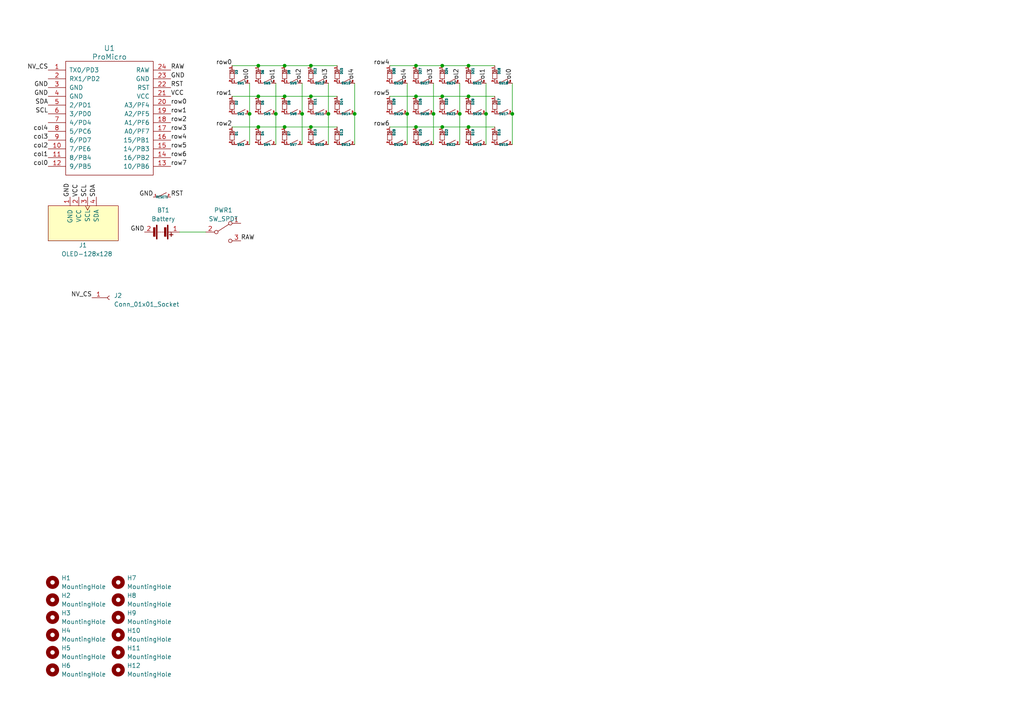
<source format=kicad_sch>
(kicad_sch (version 20230121) (generator eeschema)
  (paper "A4")
  (lib_symbols
    (symbol "Connector:Conn_01x01_Socket" (pin_names (offset 1.016) hide)
      (property "Reference" "J" (at 0 2.54 0))
      (property "Value" "Conn_01x01_Socket" (at 0 -2.54 0))
      (symbol "Conn_01x01_Socket_1_1"
        (polyline (pts (xy -1.27 0) (xy -0.508 0)) (stroke (width 0.1524)))
        (arc (start 0 0.508) (mid -0.5058 0) (end 0 -0.508) (stroke (width 0.1524)))
        (pin passive line (at -5.08 0 0) (length 3.81) (name "Pin_1") (number "1"))
      )
    )
    (symbol "Device:Battery" (pin_names (offset 0) hide)
      (property "Reference" "BT" (at 2.54 2.54 0))
      (property "Value" "Battery" (at 2.54 0 0))
      (symbol "Battery_0_1"
        (rectangle (start -2.032 -1.397) (end 2.032 -1.651) (fill (type outline)))
        (rectangle (start -2.032 1.778) (end 2.032 1.524) (fill (type outline)))
        (rectangle (start -1.3208 -1.9812) (end 1.27 -2.4892) (fill (type outline)))
        (rectangle (start -1.3208 1.1938) (end 1.27 0.6858) (fill (type outline)))
        (polyline (pts (xy 0 -1.524) (xy 0 -1.27)))
        (polyline (pts (xy 0 -1.016) (xy 0 -0.762)))
        (polyline (pts (xy 0 -0.508) (xy 0 -0.254)))
        (polyline (pts (xy 0 0) (xy 0 0.254)))
        (polyline (pts (xy 0 0.508) (xy 0 0.762)))
        (polyline (pts (xy 0 1.778) (xy 0 2.54)))
        (polyline (pts (xy 0.254 2.667) (xy 1.27 2.667)) (stroke (width 0.254)))
        (polyline (pts (xy 0.762 3.175) (xy 0.762 2.159)) (stroke (width 0.254)))
      )
      (symbol "Battery_1_1"
        (pin passive line (at 0 5.08 270) (length 2.54) (name "+") (number "1"))
        (pin passive line (at 0 -5.08 90) (length 2.54) (name "-") (number "2"))
      )
    )
    (symbol "Mechanical:MountingHole" (pin_names (offset 1.016))
      (property "Reference" "H" (at 0 5.08 0))
      (property "Value" "MountingHole" (at 0 3.175 0))
      (symbol "MountingHole_0_1"
        (circle (center 0 0) (radius 1.27) (stroke (width 1.27)))
      )
    )
    (symbol "Switch:SW_SPDT" (pin_names (offset 0) hide)
      (property "Reference" "SW" (at 0 4.318 0))
      (property "Value" "SW_SPDT" (at 0 -5.08 0))
      (symbol "SW_SPDT_0_0"
        (circle (center -2.032 0) (radius 0.508))
        (circle (center 2.032 -2.54) (radius 0.508))
      )
      (symbol "SW_SPDT_0_1"
        (polyline (pts (xy -1.524 0.254) (xy 1.651 2.286)))
        (circle (center 2.032 2.54) (radius 0.508))
      )
      (symbol "SW_SPDT_1_1"
        (pin passive line (at 5.08 2.54 180) (length 2.54) (name "A") (number "1"))
        (pin passive line (at -5.08 0 0) (length 2.54) (name "B") (number "2"))
        (pin passive line (at 5.08 -2.54 180) (length 2.54) (name "C") (number "3"))
      )
    )
    (symbol "display:OLED-128x64" (pin_names (offset 1.016))
      (property "Reference" "J" (at 0 -11.43 0))
      (property "Value" "OLED-128x64" (at 0 -7.62 0))
      (symbol "OLED-128x64_0_1"
        (rectangle (start 10.16 -10.16) (end -10.16 0) (fill (type background)))
      )
      (symbol "OLED-128x64_1_1"
        (pin power_in line (at -3.81 2.54 270) (length 2.54) (name "GND") (number "1"))
        (pin power_in line (at -1.27 2.54 270) (length 2.54) (name "VCC") (number "2"))
        (pin input clock (at 1.27 2.54 270) (length 2.54) (name "SCL") (number "3"))
        (pin bidirectional line (at 3.81 2.54 270) (length 2.54) (name "SDA") (number "4"))
      )
    )
    (symbol "hazel:D"
      (property "Reference" "D4" (at -1.27 0 0))
      (symbol "D_0_1"
        (rectangle (start -1.27 0.635) (end 1.27 -0.635))
        (polyline (pts (xy 0.96 0.64) (xy 0.96 -0.63)))
        (polyline (pts (xy 0.32 0.64) (xy 0.32 -0.63) (xy 0.955 0.005) (xy 0.32 0.64) (xy 0.32 0.64)))
      )
      (symbol "D_1_1"
        (pin input line (at 2.54 0 180) (length 1.27) (name "") (number "1"))
        (pin output line (at -2.54 0 0) (length 1.27) (name "") (number "2"))
      )
    )
    (symbol "hazel:SW"
      (property "Reference" "SW" (at 0 -1.27 0))
      (property "Value" "SW" (at 0 2.54 0))
      (symbol "SW_0_1"
        (polyline (pts (xy -1.27 0) (xy 1.27 1.27)))
      )
      (symbol "SW_1_1"
        (pin bidirectional line (at -2.54 0 0) (length 1.27) (name "") (number "1"))
        (pin bidirectional line (at 2.54 0 180) (length 1.27) (name "") (number "2"))
      )
    )
    (symbol "keebio:ProMicro" (pin_names (offset 1.016))
      (property "Reference" "U" (at 0 0 0))
      (property "Value" "ProMicro" (at 0 -19.05 0))
      (symbol "ProMicro_0_1"
        (rectangle (start -12.7 -16.51) (end 12.7 16.51))
      )
      (symbol "ProMicro_1_1"
        (pin input line (at -17.78 13.97 0) (length 5.08) (name "TX0/PD3") (number "1"))
        (pin input line (at -17.78 -8.89 0) (length 5.08) (name "7/PE6") (number "10"))
        (pin input line (at -17.78 -11.43 0) (length 5.08) (name "8/PB4") (number "11"))
        (pin input line (at -17.78 -13.97 0) (length 5.08) (name "9/PB5") (number "12"))
        (pin input line (at 17.78 -13.97 180) (length 5.08) (name "10/PB6") (number "13"))
        (pin input line (at 17.78 -11.43 180) (length 5.08) (name "16/PB2") (number "14"))
        (pin input line (at 17.78 -8.89 180) (length 5.08) (name "14/PB3") (number "15"))
        (pin input line (at 17.78 -6.35 180) (length 5.08) (name "15/PB1") (number "16"))
        (pin input line (at 17.78 -3.81 180) (length 5.08) (name "A0/PF7") (number "17"))
        (pin input line (at 17.78 -1.27 180) (length 5.08) (name "A1/PF6") (number "18"))
        (pin input line (at 17.78 1.27 180) (length 5.08) (name "A2/PF5") (number "19"))
        (pin input line (at -17.78 11.43 0) (length 5.08) (name "RX1/PD2") (number "2"))
        (pin input line (at 17.78 3.81 180) (length 5.08) (name "A3/PF4") (number "20"))
        (pin input line (at 17.78 6.35 180) (length 5.08) (name "VCC") (number "21"))
        (pin input line (at 17.78 8.89 180) (length 5.08) (name "RST") (number "22"))
        (pin input line (at 17.78 11.43 180) (length 5.08) (name "GND") (number "23"))
        (pin input line (at 17.78 13.97 180) (length 5.08) (name "RAW") (number "24"))
        (pin input line (at -17.78 8.89 0) (length 5.08) (name "GND") (number "3"))
        (pin input line (at -17.78 6.35 0) (length 5.08) (name "GND") (number "4"))
        (pin input line (at -17.78 3.81 0) (length 5.08) (name "2/PD1") (number "5"))
        (pin input line (at -17.78 1.27 0) (length 5.08) (name "3/PD0") (number "6"))
        (pin input line (at -17.78 -1.27 0) (length 5.08) (name "4/PD4") (number "7"))
        (pin input line (at -17.78 -3.81 0) (length 5.08) (name "5/PC6") (number "8"))
        (pin input line (at -17.78 -6.35 0) (length 5.08) (name "6/PD7") (number "9"))
      )
    )
  )
  (junction (at 140.97 33.02))
  (junction (at 133.35 33.02))
  (junction (at 74.93 36.83))
  (junction (at 90.17 19.05))
  (junction (at 135.89 19.05))
  (junction (at 120.65 36.83))
  (junction (at 135.89 36.83))
  (junction (at 128.27 27.94))
  (junction (at 135.89 27.94))
  (junction (at 95.25 33.02))
  (junction (at 74.93 27.94))
  (junction (at 90.17 36.83))
  (junction (at 120.65 19.05))
  (junction (at 102.87 33.02))
  (junction (at 87.63 33.02))
  (junction (at 148.59 33.02))
  (junction (at 120.65 27.94))
  (junction (at 128.27 36.83))
  (junction (at 118.11 33.02))
  (junction (at 82.55 27.94))
  (junction (at 72.39 33.02))
  (junction (at 74.93 19.05))
  (junction (at 80.01 33.02))
  (junction (at 82.55 19.05))
  (junction (at 125.73 33.02))
  (junction (at 90.17 27.94))
  (junction (at 82.55 36.83))
  (junction (at 128.27 19.05))
  (wire (pts (xy 74.93 27.94) (xy 82.55 27.94)))
  (wire (pts (xy 135.89 36.83) (xy 143.51 36.83)))
  (wire (pts (xy 95.25 24.13) (xy 95.25 33.02)))
  (wire (pts (xy 74.93 19.05) (xy 82.55 19.05)))
  (wire (pts (xy 118.11 33.02) (xy 118.11 41.91)))
  (wire (pts (xy 67.31 27.94) (xy 74.93 27.94)))
  (wire (pts (xy 82.55 27.94) (xy 90.17 27.94)))
  (wire (pts (xy 80.01 24.13) (xy 80.01 33.02)))
  (wire (pts (xy 125.73 24.13) (xy 125.73 33.02)))
  (wire (pts (xy 113.03 27.94) (xy 120.65 27.94)))
  (wire (pts (xy 128.27 19.05) (xy 135.89 19.05)))
  (wire (pts (xy 80.01 33.02) (xy 80.01 41.91)))
  (wire (pts (xy 90.17 27.94) (xy 97.79 27.94)))
  (wire (pts (xy 148.59 24.13) (xy 148.59 33.02)))
  (wire (pts (xy 120.65 27.94) (xy 128.27 27.94)))
  (wire (pts (xy 120.65 36.83) (xy 128.27 36.83)))
  (wire (pts (xy 102.87 24.13) (xy 102.87 33.02)))
  (wire (pts (xy 140.97 33.02) (xy 140.97 41.91)))
  (wire (pts (xy 148.59 33.02) (xy 148.59 41.91)))
  (wire (pts (xy 135.89 19.05) (xy 143.51 19.05)))
  (wire (pts (xy 125.73 33.02) (xy 125.73 41.91)))
  (wire (pts (xy 102.87 33.02) (xy 102.87 41.91)))
  (wire (pts (xy 90.17 19.05) (xy 97.79 19.05)))
  (wire (pts (xy 128.27 36.83) (xy 135.89 36.83)))
  (wire (pts (xy 128.27 27.94) (xy 135.89 27.94)))
  (wire (pts (xy 118.11 24.13) (xy 118.11 33.02)))
  (wire (pts (xy 95.25 33.02) (xy 95.25 41.91)))
  (wire (pts (xy 52.07 67.31) (xy 59.69 67.31)))
  (wire (pts (xy 82.55 19.05) (xy 90.17 19.05)))
  (wire (pts (xy 87.63 24.13) (xy 87.63 33.02)))
  (wire (pts (xy 133.35 24.13) (xy 133.35 33.02)))
  (wire (pts (xy 113.03 19.05) (xy 120.65 19.05)))
  (wire (pts (xy 67.31 19.05) (xy 74.93 19.05)))
  (wire (pts (xy 133.35 33.02) (xy 133.35 41.91)))
  (wire (pts (xy 72.39 33.02) (xy 72.39 41.91)))
  (wire (pts (xy 67.31 36.83) (xy 74.93 36.83)))
  (wire (pts (xy 87.63 33.02) (xy 87.63 41.91)))
  (wire (pts (xy 72.39 24.13) (xy 72.39 33.02)))
  (wire (pts (xy 82.55 36.83) (xy 90.17 36.83)))
  (wire (pts (xy 90.17 36.83) (xy 97.79 36.83)))
  (wire (pts (xy 140.97 24.13) (xy 140.97 33.02)))
  (wire (pts (xy 135.89 27.94) (xy 143.51 27.94)))
  (wire (pts (xy 120.65 19.05) (xy 128.27 19.05)))
  (wire (pts (xy 113.03 36.83) (xy 120.65 36.83)))
  (wire (pts (xy 74.93 36.83) (xy 82.55 36.83)))
  (label "VCC" (at 22.86 57.15 90))
  (label "GND" (at 41.91 67.31 180))
  (label "row6" (at 113.03 36.83 180))
  (label "GND" (at 20.32 57.15 90))
  (label "RAW" (at 49.53 20.32 0))
  (label "row0" (at 67.31 19.05 180))
  (label "row5" (at 113.03 27.94 180))
  (label "col2" (at 87.63 24.13 90))
  (label "RST" (at 49.53 25.4 0))
  (label "NV_CS" (at 13.97 20.32 180))
  (label "GND" (at 13.97 25.4 180))
  (label "row4" (at 49.53 40.64 0))
  (label "row2" (at 49.53 35.56 0))
  (label "col1" (at 80.01 24.13 90))
  (label "row2" (at 67.31 36.83 180))
  (label "RST" (at 49.53 57.15 0))
  (label "row0" (at 49.53 30.48 0))
  (label "col1" (at 13.97 45.72 180))
  (label "SDA" (at 13.97 30.48 180))
  (label "VCC" (at 49.53 27.94 0))
  (label "col2" (at 13.97 43.18 180))
  (label "row4" (at 113.03 19.05 180))
  (label "col3" (at 95.25 24.13 90))
  (label "col4" (at 13.97 38.1 180))
  (label "row6" (at 49.53 45.72 0))
  (label "GND" (at 13.97 27.94 180))
  (label "GND" (at 44.45 57.15 180))
  (label "col4" (at 118.11 24.13 90))
  (label "NV_CS" (at 26.67 86.36 180))
  (label "row5" (at 49.53 43.18 0))
  (label "col0" (at 13.97 48.26 180))
  (label "row3" (at 49.53 38.1 0))
  (label "row1" (at 67.31 27.94 180))
  (label "col2" (at 133.35 24.13 90))
  (label "SDA" (at 27.94 57.15 90))
  (label "row7" (at 49.53 48.26 0))
  (label "col4" (at 102.87 24.13 90))
  (label "row1" (at 49.53 33.02 0))
  (label "col3" (at 125.73 24.13 90))
  (label "col1" (at 140.97 24.13 90))
  (label "col0" (at 72.39 24.13 90))
  (label "RAW" (at 69.85 69.85 0))
  (label "col0" (at 148.59 24.13 90))
  (label "SCL" (at 25.4 57.15 90))
  (label "col3" (at 13.97 40.64 180))
  (label "SCL" (at 13.97 33.02 180))
  (label "GND" (at 49.53 22.86 0))
  (symbol (lib_id "hazel:D") (at 97.79 39.37 90) (unit 1)
    (property "Reference" "D13" (at 99.06 39.37 0) (effects (font (size 0.64 0.64)) (justify left)))
    (property "Value" "D" (effects hide))
    (property "Footprint" "Diode_SMD:D_SOD-123" (effects hide))
  )
  (symbol (lib_id "hazel:SW") (at 85.09 41.91 0) (unit 1)
    (property "Reference" "SW7" (at 85.09 41.91 0) (effects (font (size 0.64 0.64))))
    (property "Value" "SW" (effects hide))
    (property "Footprint" "Kailh_Choc:KailhChoc-1U" (effects hide))
  )
  (symbol (lib_id "hazel:D") (at 82.55 21.59 90) (unit 1)
    (property "Reference" "D9" (at 83.82 21.59 0) (effects (font (size 0.64 0.64)) (justify left)))
    (property "Value" "D" (effects hide))
    (property "Footprint" "Diode_SMD:D_SOD-123" (effects hide))
  )
  (symbol (lib_id "keebio:ProMicro") (at 31.75 34.29 0) (unit 1)
    (property "Reference" "U1" (at 31.75 13.97 0) (effects (font (size 1.524 1.524))))
    (property "Value" "ProMicro" (at 31.75 16.51 0) (effects (font (size 1.524 1.524))))
    (property "Footprint" "Keebio-Parts:ArduinoProMicro" (effects hide))
  )
  (symbol (lib_id "hazel:SW") (at 92.71 33.02 0) (unit 1)
    (property "Reference" "SW11" (at 92.71 33.02 0) (effects (font (size 0.64 0.64))))
    (property "Value" "SW" (effects hide))
    (property "Footprint" "Kailh_Choc:KailhChoc-1U" (effects hide))
  )
  (symbol (lib_id "hazel:SW") (at 123.19 33.02 0) (unit 1)
    (property "Reference" "SW26" (at 123.19 33.02 0) (effects (font (size 0.64 0.64))))
    (property "Value" "SW" (effects hide))
    (property "Footprint" "Kailh_Choc:KailhChoc-1U" (effects hide))
  )
  (symbol (lib_id "hazel:SW") (at 77.47 33.02 0) (unit 1)
    (property "Reference" "SW5" (at 77.47 33.02 0) (effects (font (size 0.64 0.64))))
    (property "Value" "SW" (effects hide))
    (property "Footprint" "Kailh_Choc:KailhChoc-1U" (effects hide))
  )
  (symbol (lib_id "Mechanical:MountingHole") (at 15.24 179.07 0) (unit 1)
    (property "Reference" "H3" (at 17.78 177.7999 0) (effects (justify left)))
    (property "Value" "MountingHole" (at 17.78 180.3399 0) (effects (justify left)))
    (property "Footprint" "MountingHole:MountingHole_3.2mm_M3_Pad_Via" (effects hide))
  )
  (symbol (lib_id "Mechanical:MountingHole") (at 34.29 184.15 0) (unit 1)
    (property "Reference" "H10" (at 36.83 182.8799 0) (effects (justify left)))
    (property "Value" "MountingHole" (at 36.83 185.4199 0) (effects (justify left)))
    (property "Footprint" "MountingHole:MountingHole_3.2mm_M3_Pad_Via" (effects hide))
  )
  (symbol (lib_id "hazel:SW") (at 69.85 41.91 0) (unit 1)
    (property "Reference" "SW3" (at 69.85 41.91 0) (effects (font (size 0.64 0.64))))
    (property "Value" "SW" (effects hide))
    (property "Footprint" "Kailh_Choc:KailhChoc-1U" (effects hide))
  )
  (symbol (lib_id "hazel:SW") (at 138.43 24.13 0) (unit 1)
    (property "Reference" "SW21" (at 138.43 24.13 0) (effects (font (size 0.64 0.64))))
    (property "Value" "SW" (effects hide))
    (property "Footprint" "Kailh_Choc:KailhChoc-1U" (effects hide))
  )
  (symbol (lib_id "hazel:D") (at 74.93 39.37 90) (unit 1)
    (property "Reference" "D4" (at 76.2 39.37 0) (effects (font (size 0.64 0.64)) (justify left)))
    (property "Value" "D" (effects hide))
    (property "Footprint" "Diode_SMD:D_SOD-123" (effects hide))
  )
  (symbol (lib_id "Device:Battery") (at 46.99 67.31 270) (unit 1)
    (property "Reference" "BT1" (at 47.371 60.96 90))
    (property "Value" "Battery" (at 47.371 63.5 90))
    (property "Footprint" "0-jasonhazel-footprints:3JST_BAT" (effects hide))
  )
  (symbol (lib_id "Mechanical:MountingHole") (at 34.29 194.31 0) (unit 1)
    (property "Reference" "H12" (at 36.83 193.0399 0) (effects (justify left)))
    (property "Value" "MountingHole" (at 36.83 195.5799 0) (effects (justify left)))
    (property "Footprint" "MountingHole:MountingHole_3.2mm_M3_Pad_Via" (effects hide))
  )
  (symbol (lib_id "Connector:Conn_01x01_Socket") (at 31.75 86.36 0) (unit 1)
    (property "Reference" "J2" (at 33.02 85.725 0) (effects (justify left)))
    (property "Value" "Conn_01x01_Socket" (at 33.02 88.265 0) (effects (justify left)))
    (property "Footprint" "0-jasonhazel-footprints:CS_PIN" (effects hide))
  )
  (symbol (lib_id "Mechanical:MountingHole") (at 34.29 168.91 0) (unit 1)
    (property "Reference" "H7" (at 36.83 167.6399 0) (effects (justify left)))
    (property "Value" "MountingHole" (at 36.83 170.1799 0) (effects (justify left)))
    (property "Footprint" "MountingHole:MountingHole_3.2mm_M3_Pad_Via" (effects hide))
  )
  (symbol (lib_id "hazel:D") (at 97.79 21.59 90) (unit 1)
    (property "Reference" "D15" (at 99.06 21.59 0) (effects (font (size 0.64 0.64)) (justify left)))
    (property "Value" "D" (effects hide))
    (property "Footprint" "Diode_SMD:D_SOD-123" (effects hide))
  )
  (symbol (lib_id "hazel:SW") (at 130.81 33.02 0) (unit 1)
    (property "Reference" "SW23" (at 130.81 33.02 0) (effects (font (size 0.64 0.64))))
    (property "Value" "SW" (effects hide))
    (property "Footprint" "Kailh_Choc:KailhChoc-1U" (effects hide))
  )
  (symbol (lib_id "hazel:SW") (at 92.71 24.13 0) (unit 1)
    (property "Reference" "SW12" (at 92.71 24.13 0) (effects (font (size 0.64 0.64))))
    (property "Value" "SW" (effects hide))
    (property "Footprint" "Kailh_Choc:KailhChoc-1U" (effects hide))
  )
  (symbol (lib_id "Mechanical:MountingHole") (at 15.24 194.31 0) (unit 1)
    (property "Reference" "H6" (at 17.78 193.0399 0) (effects (justify left)))
    (property "Value" "MountingHole" (at 17.78 195.5799 0) (effects (justify left)))
    (property "Footprint" "MountingHole:MountingHole_3.2mm_M3_Pad_Via" (effects hide))
  )
  (symbol (lib_id "hazel:D") (at 128.27 39.37 90) (unit 1)
    (property "Reference" "D22" (at 129.54 39.37 0) (effects (font (size 0.64 0.64)) (justify left)))
    (property "Value" "D" (effects hide))
    (property "Footprint" "Diode_SMD:D_SOD-123" (effects hide))
  )
  (symbol (lib_id "display:OLED-128x64") (at 24.13 59.69 0) (unit 1)
    (property "Reference" "J1" (at 22.86 71.12 0) (effects (justify left)))
    (property "Value" "OLED-128x128" (at 17.78 73.66 0) (effects (justify left)))
    (property "Footprint" "0-jasonhazel-footprints:OLED-128x64" (effects hide))
  )
  (symbol (lib_id "hazel:D") (at 128.27 30.48 90) (unit 1)
    (property "Reference" "D23" (at 129.54 30.48 0) (effects (font (size 0.64 0.64)) (justify left)))
    (property "Value" "D" (effects hide))
    (property "Footprint" "Diode_SMD:D_SOD-123" (effects hide))
  )
  (symbol (lib_id "hazel:SW") (at 123.19 41.91 0) (unit 1)
    (property "Reference" "SW25" (at 123.19 41.91 0) (effects (font (size 0.64 0.64))))
    (property "Value" "SW" (effects hide))
    (property "Footprint" "Kailh_Choc:KailhChoc-1U" (effects hide))
  )
  (symbol (lib_id "hazel:SW") (at 77.47 41.91 0) (unit 1)
    (property "Reference" "SW4" (at 77.47 41.91 0) (effects (font (size 0.64 0.64))))
    (property "Value" "SW" (effects hide))
    (property "Footprint" "Kailh_Choc:KailhChoc-1U" (effects hide))
  )
  (symbol (lib_id "hazel:D") (at 82.55 30.48 90) (unit 1)
    (property "Reference" "D8" (at 83.82 30.48 0) (effects (font (size 0.64 0.64)) (justify left)))
    (property "Value" "D" (effects hide))
    (property "Footprint" "Diode_SMD:D_SOD-123" (effects hide))
  )
  (symbol (lib_id "Mechanical:MountingHole") (at 15.24 168.91 0) (unit 1)
    (property "Reference" "H1" (at 17.78 167.6399 0) (effects (justify left)))
    (property "Value" "MountingHole" (at 17.78 170.1799 0) (effects (justify left)))
    (property "Footprint" "MountingHole:MountingHole_3.2mm_M3_Pad_Via" (effects hide))
  )
  (symbol (lib_id "hazel:SW") (at 138.43 41.91 0) (unit 1)
    (property "Reference" "SW19" (at 138.43 41.91 0) (effects (font (size 0.64 0.64))))
    (property "Value" "SW" (effects hide))
    (property "Footprint" "Kailh_Choc:KailhChoc-1U" (effects hide))
  )
  (symbol (lib_id "hazel:D") (at 120.65 21.59 90) (unit 1)
    (property "Reference" "D27" (at 121.92 21.59 0) (effects (font (size 0.64 0.64)) (justify left)))
    (property "Value" "D" (effects hide))
    (property "Footprint" "Diode_SMD:D_SOD-123" (effects hide))
  )
  (symbol (lib_id "hazel:SW") (at 123.19 24.13 0) (unit 1)
    (property "Reference" "SW27" (at 123.19 24.13 0) (effects (font (size 0.64 0.64))))
    (property "Value" "SW" (effects hide))
    (property "Footprint" "Kailh_Choc:KailhChoc-1U" (effects hide))
  )
  (symbol (lib_id "Mechanical:MountingHole") (at 15.24 173.99 0) (unit 1)
    (property "Reference" "H2" (at 17.78 172.7199 0) (effects (justify left)))
    (property "Value" "MountingHole" (at 17.78 175.2599 0) (effects (justify left)))
    (property "Footprint" "MountingHole:MountingHole_3.2mm_M3_Pad_Via" (effects hide))
  )
  (symbol (lib_id "hazel:D") (at 97.79 30.48 90) (unit 1)
    (property "Reference" "D14" (at 99.06 30.48 0) (effects (font (size 0.64 0.64)) (justify left)))
    (property "Value" "D" (effects hide))
    (property "Footprint" "Diode_SMD:D_SOD-123" (effects hide))
  )
  (symbol (lib_id "hazel:SW") (at 130.81 41.91 0) (unit 1)
    (property "Reference" "SW22" (at 130.81 41.91 0) (effects (font (size 0.64 0.64))))
    (property "Value" "SW" (effects hide))
    (property "Footprint" "Kailh_Choc:KailhChoc-1U" (effects hide))
  )
  (symbol (lib_id "hazel:D") (at 74.93 30.48 90) (unit 1)
    (property "Reference" "D5" (at 76.2 30.48 0) (effects (font (size 0.64 0.64)) (justify left)))
    (property "Value" "D" (effects hide))
    (property "Footprint" "Diode_SMD:D_SOD-123" (effects hide))
  )
  (symbol (lib_id "hazel:SW") (at 85.09 33.02 0) (unit 1)
    (property "Reference" "SW8" (at 85.09 33.02 0) (effects (font (size 0.64 0.64))))
    (property "Value" "SW" (effects hide))
    (property "Footprint" "Kailh_Choc:KailhChoc-1U" (effects hide))
  )
  (symbol (lib_id "hazel:SW") (at 115.57 24.13 0) (unit 1)
    (property "Reference" "SW30" (at 115.57 24.13 0) (effects (font (size 0.64 0.64))))
    (property "Value" "SW" (effects hide))
    (property "Footprint" "Kailh_Choc:KailhChoc-1U" (effects hide))
  )
  (symbol (lib_id "Mechanical:MountingHole") (at 34.29 173.99 0) (unit 1)
    (property "Reference" "H8" (at 36.83 172.7199 0) (effects (justify left)))
    (property "Value" "MountingHole" (at 36.83 175.2599 0) (effects (justify left)))
    (property "Footprint" "MountingHole:MountingHole_3.2mm_M3_Pad_Via" (effects hide))
  )
  (symbol (lib_id "hazel:SW") (at 146.05 41.91 0) (unit 1)
    (property "Reference" "SW16" (at 146.05 41.91 0) (effects (font (size 0.64 0.64))))
    (property "Value" "SW" (effects hide))
    (property "Footprint" "Kailh_Choc:KailhChoc-1U" (effects hide))
  )
  (symbol (lib_id "hazel:SW") (at 146.05 24.13 0) (unit 1)
    (property "Reference" "SW18" (at 146.05 24.13 0) (effects (font (size 0.64 0.64))))
    (property "Value" "SW" (effects hide))
    (property "Footprint" "Kailh_Choc:KailhChoc-1U" (effects hide))
  )
  (symbol (lib_id "hazel:SW") (at 100.33 24.13 0) (unit 1)
    (property "Reference" "SW15" (at 100.33 24.13 0) (effects (font (size 0.64 0.64))))
    (property "Value" "SW" (effects hide))
    (property "Footprint" "Kailh_Choc:KailhChoc-1U" (effects hide))
  )
  (symbol (lib_id "hazel:D") (at 82.55 39.37 90) (unit 1)
    (property "Reference" "D7" (at 83.82 39.37 0) (effects (font (size 0.64 0.64)) (justify left)))
    (property "Value" "D" (effects hide))
    (property "Footprint" "Diode_SMD:D_SOD-123" (effects hide))
  )
  (symbol (lib_id "hazel:D") (at 67.31 30.48 90) (unit 1)
    (property "Reference" "D2" (at 68.58 30.48 0) (effects (font (size 0.64 0.64)) (justify left)))
    (property "Value" "D" (effects hide))
    (property "Footprint" "Diode_SMD:D_SOD-123" (effects hide))
  )
  (symbol (lib_id "hazel:D") (at 135.89 21.59 90) (unit 1)
    (property "Reference" "D21" (at 137.16 21.59 0) (effects (font (size 0.64 0.64)) (justify left)))
    (property "Value" "D" (effects hide))
    (property "Footprint" "Diode_SMD:D_SOD-123" (effects hide))
  )
  (symbol (lib_id "hazel:D") (at 67.31 39.37 90) (unit 1)
    (property "Reference" "D1" (at 68.58 39.37 0) (effects (font (size 0.64 0.64)) (justify left)))
    (property "Value" "D" (effects hide))
    (property "Footprint" "Diode_SMD:D_SOD-123" (effects hide))
  )
  (symbol (lib_id "hazel:SW") (at 130.81 24.13 0) (unit 1)
    (property "Reference" "SW24" (at 130.81 24.13 0) (effects (font (size 0.64 0.64))))
    (property "Value" "SW" (effects hide))
    (property "Footprint" "Kailh_Choc:KailhChoc-1U" (effects hide))
  )
  (symbol (lib_id "hazel:SW") (at 146.05 33.02 0) (unit 1)
    (property "Reference" "SW17" (at 146.05 33.02 0) (effects (font (size 0.64 0.64))))
    (property "Value" "SW" (effects hide))
    (property "Footprint" "Kailh_Choc:KailhChoc-1U" (effects hide))
  )
  (symbol (lib_id "Mechanical:MountingHole") (at 15.24 189.23 0) (unit 1)
    (property "Reference" "H5" (at 17.78 187.9599 0) (effects (justify left)))
    (property "Value" "MountingHole" (at 17.78 190.4999 0) (effects (justify left)))
    (property "Footprint" "MountingHole:MountingHole_3.2mm_M3_Pad_Via" (effects hide))
  )
  (symbol (lib_id "hazel:D") (at 90.17 21.59 90) (unit 1)
    (property "Reference" "D12" (at 91.44 21.59 0) (effects (font (size 0.64 0.64)) (justify left)))
    (property "Value" "D" (effects hide))
    (property "Footprint" "Diode_SMD:D_SOD-123" (effects hide))
  )
  (symbol (lib_id "hazel:SW") (at 100.33 33.02 0) (unit 1)
    (property "Reference" "SW14" (at 100.33 33.02 0) (effects (font (size 0.64 0.64))))
    (property "Value" "SW" (effects hide))
    (property "Footprint" "Kailh_Choc:KailhChoc-1U" (effects hide))
  )
  (symbol (lib_id "hazel:D") (at 90.17 30.48 90) (unit 1)
    (property "Reference" "D11" (at 91.44 30.48 0) (effects (font (size 0.64 0.64)) (justify left)))
    (property "Value" "D" (effects hide))
    (property "Footprint" "Diode_SMD:D_SOD-123" (effects hide))
  )
  (symbol (lib_id "hazel:D") (at 143.51 30.48 90) (unit 1)
    (property "Reference" "D17" (at 144.78 30.48 0) (effects (font (size 0.64 0.64)) (justify left)))
    (property "Value" "D" (effects hide))
    (property "Footprint" "Diode_SMD:D_SOD-123" (effects hide))
  )
  (symbol (lib_id "hazel:D") (at 113.03 39.37 90) (unit 1)
    (property "Reference" "D28" (at 114.3 39.37 0) (effects (font (size 0.64 0.64)) (justify left)))
    (property "Value" "D" (effects hide))
    (property "Footprint" "Diode_SMD:D_SOD-123" (effects hide))
  )
  (symbol (lib_id "hazel:SW") (at 69.85 33.02 0) (unit 1)
    (property "Reference" "SW2" (at 69.85 33.02 0) (effects (font (size 0.64 0.64))))
    (property "Value" "SW" (effects hide))
    (property "Footprint" "Kailh_Choc:KailhChoc-1U" (effects hide))
  )
  (symbol (lib_id "hazel:SW") (at 92.71 41.91 0) (unit 1)
    (property "Reference" "SW10" (at 92.71 41.91 0) (effects (font (size 0.64 0.64))))
    (property "Value" "SW" (effects hide))
    (property "Footprint" "Kailh_Choc:KailhChoc-1U" (effects hide))
  )
  (symbol (lib_id "hazel:SW") (at 138.43 33.02 0) (unit 1)
    (property "Reference" "SW20" (at 138.43 33.02 0) (effects (font (size 0.64 0.64))))
    (property "Value" "SW" (effects hide))
    (property "Footprint" "Kailh_Choc:KailhChoc-1U" (effects hide))
  )
  (symbol (lib_id "hazel:D") (at 120.65 30.48 90) (unit 1)
    (property "Reference" "D26" (at 121.92 30.48 0) (effects (font (size 0.64 0.64)) (justify left)))
    (property "Value" "D" (effects hide))
    (property "Footprint" "Diode_SMD:D_SOD-123" (effects hide))
  )
  (symbol (lib_id "hazel:SW") (at 77.47 24.13 0) (unit 1)
    (property "Reference" "SW6" (at 77.47 24.13 0) (effects (font (size 0.64 0.64))))
    (property "Value" "SW" (effects hide))
    (property "Footprint" "Kailh_Choc:KailhChoc-1U" (effects hide))
  )
  (symbol (lib_id "Mechanical:MountingHole") (at 15.24 184.15 0) (unit 1)
    (property "Reference" "H4" (at 17.78 182.8799 0) (effects (justify left)))
    (property "Value" "MountingHole" (at 17.78 185.4199 0) (effects (justify left)))
    (property "Footprint" "MountingHole:MountingHole_3.2mm_M3_Pad_Via" (effects hide))
  )
  (symbol (lib_id "hazel:SW") (at 46.99 57.15 0) (unit 1)
    (property "Reference" "RESET1" (at 46.99 57.15 0) (effects (font (size 0.64 0.64))))
    (property "Value" "SW" (effects hide))
    (property "Footprint" "Button_Switch_SMD:SW_SPST_TL3342" (effects hide))
  )
  (symbol (lib_id "hazel:D") (at 67.31 21.59 90) (unit 1)
    (property "Reference" "D3" (at 68.58 21.59 0) (effects (font (size 0.64 0.64)) (justify left)))
    (property "Value" "D" (effects hide))
    (property "Footprint" "Diode_SMD:D_SOD-123" (effects hide))
  )
  (symbol (lib_id "hazel:D") (at 90.17 39.37 90) (unit 1)
    (property "Reference" "D10" (at 91.44 39.37 0) (effects (font (size 0.64 0.64)) (justify left)))
    (property "Value" "D" (effects hide))
    (property "Footprint" "Diode_SMD:D_SOD-123" (effects hide))
  )
  (symbol (lib_id "hazel:D") (at 113.03 30.48 90) (unit 1)
    (property "Reference" "D29" (at 114.3 30.48 0) (effects (font (size 0.64 0.64)) (justify left)))
    (property "Value" "D" (effects hide))
    (property "Footprint" "Diode_SMD:D_SOD-123" (effects hide))
  )
  (symbol (lib_id "hazel:SW") (at 69.85 24.13 0) (unit 1)
    (property "Reference" "SW1" (at 69.85 24.13 0) (effects (font (size 0.64 0.64))))
    (property "Value" "SW" (effects hide))
    (property "Footprint" "Kailh_Choc:KailhChoc-1U" (effects hide))
  )
  (symbol (lib_id "hazel:D") (at 113.03 21.59 90) (unit 1)
    (property "Reference" "D30" (at 114.3 21.59 0) (effects (font (size 0.64 0.64)) (justify left)))
    (property "Value" "D" (effects hide))
    (property "Footprint" "Diode_SMD:D_SOD-123" (effects hide))
  )
  (symbol (lib_id "hazel:D") (at 143.51 21.59 90) (unit 1)
    (property "Reference" "D18" (at 144.78 21.59 0) (effects (font (size 0.64 0.64)) (justify left)))
    (property "Value" "D" (effects hide))
    (property "Footprint" "Diode_SMD:D_SOD-123" (effects hide))
  )
  (symbol (lib_id "hazel:D") (at 74.93 21.59 90) (unit 1)
    (property "Reference" "D6" (at 76.2 21.59 0) (effects (font (size 0.64 0.64)) (justify left)))
    (property "Value" "D" (effects hide))
    (property "Footprint" "Diode_SMD:D_SOD-123" (effects hide))
  )
  (symbol (lib_id "hazel:D") (at 135.89 39.37 90) (unit 1)
    (property "Reference" "D19" (at 137.16 39.37 0) (effects (font (size 0.64 0.64)) (justify left)))
    (property "Value" "D" (effects hide))
    (property "Footprint" "Diode_SMD:D_SOD-123" (effects hide))
  )
  (symbol (lib_id "hazel:SW") (at 115.57 41.91 0) (unit 1)
    (property "Reference" "SW28" (at 115.57 41.91 0) (effects (font (size 0.64 0.64))))
    (property "Value" "SW" (effects hide))
    (property "Footprint" "Kailh_Choc:KailhChoc-1U" (effects hide))
  )
  (symbol (lib_id "hazel:D") (at 143.51 39.37 90) (unit 1)
    (property "Reference" "D16" (at 144.78 39.37 0) (effects (font (size 0.64 0.64)) (justify left)))
    (property "Value" "D" (effects hide))
    (property "Footprint" "Diode_SMD:D_SOD-123" (effects hide))
  )
  (symbol (lib_id "hazel:SW") (at 100.33 41.91 0) (unit 1)
    (property "Reference" "SW13" (at 100.33 41.91 0) (effects (font (size 0.64 0.64))))
    (property "Value" "SW" (effects hide))
    (property "Footprint" "Kailh_Choc:KailhChoc-1U" (effects hide))
  )
  (symbol (lib_id "hazel:D") (at 135.89 30.48 90) (unit 1)
    (property "Reference" "D20" (at 137.16 30.48 0) (effects (font (size 0.64 0.64)) (justify left)))
    (property "Value" "D" (effects hide))
    (property "Footprint" "Diode_SMD:D_SOD-123" (effects hide))
  )
  (symbol (lib_id "hazel:D") (at 120.65 39.37 90) (unit 1)
    (property "Reference" "D25" (at 121.92 39.37 0) (effects (font (size 0.64 0.64)) (justify left)))
    (property "Value" "D" (effects hide))
    (property "Footprint" "Diode_SMD:D_SOD-123" (effects hide))
  )
  (symbol (lib_id "Mechanical:MountingHole") (at 34.29 189.23 0) (unit 1)
    (property "Reference" "H11" (at 36.83 187.9599 0) (effects (justify left)))
    (property "Value" "MountingHole" (at 36.83 190.4999 0) (effects (justify left)))
    (property "Footprint" "MountingHole:MountingHole_3.2mm_M3_Pad_Via" (effects hide))
  )
  (symbol (lib_id "hazel:SW") (at 85.09 24.13 0) (unit 1)
    (property "Reference" "SW9" (at 85.09 24.13 0) (effects (font (size 0.64 0.64))))
    (property "Value" "SW" (effects hide))
    (property "Footprint" "Kailh_Choc:KailhChoc-1U" (effects hide))
  )
  (symbol (lib_id "hazel:D") (at 128.27 21.59 90) (unit 1)
    (property "Reference" "D24" (at 129.54 21.59 0) (effects (font (size 0.64 0.64)) (justify left)))
    (property "Value" "D" (effects hide))
    (property "Footprint" "Diode_SMD:D_SOD-123" (effects hide))
  )
  (symbol (lib_id "Mechanical:MountingHole") (at 34.29 179.07 0) (unit 1)
    (property "Reference" "H9" (at 36.83 177.7999 0) (effects (justify left)))
    (property "Value" "MountingHole" (at 36.83 180.3399 0) (effects (justify left)))
    (property "Footprint" "MountingHole:MountingHole_3.2mm_M3_Pad_Via" (effects hide))
  )
  (symbol (lib_id "hazel:SW") (at 115.57 33.02 0) (unit 1)
    (property "Reference" "SW29" (at 115.57 33.02 0) (effects (font (size 0.64 0.64))))
    (property "Value" "SW" (effects hide))
    (property "Footprint" "Kailh_Choc:KailhChoc-1U" (effects hide))
  )
  (symbol (lib_id "Switch:SW_SPDT") (at 64.77 67.31 0) (unit 1)
    (property "Reference" "PWR1" (at 64.77 60.96 0))
    (property "Value" "SW_SPDT" (at 64.77 63.5 0))
    (property "Footprint" "Button_Switch_SMD:SW_SPDT_PCM12" (effects hide))
  )
)
</source>
